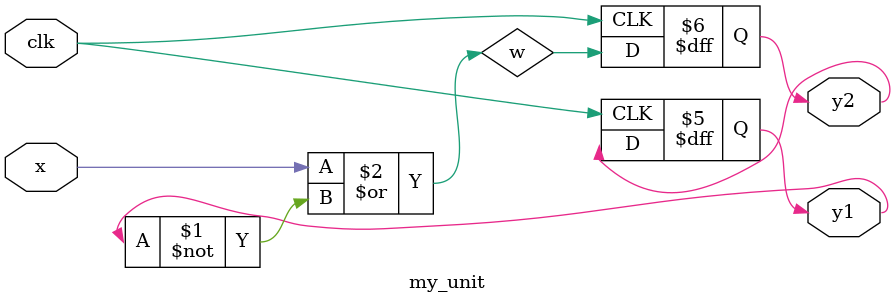
<source format=v>

module my_unit(clk,
               x,
               y1,
               y2);
    input clk, x;
    output y1, y2;
    reg y1, y2;
    wire w;
    
    assign w = x|(~y1);
    always@(posedge clk)
    begin
        y2 <= w;
    end
    
    always@(negedge clk)
    begin
        y1 <= y2;
    end
endmodule

</source>
